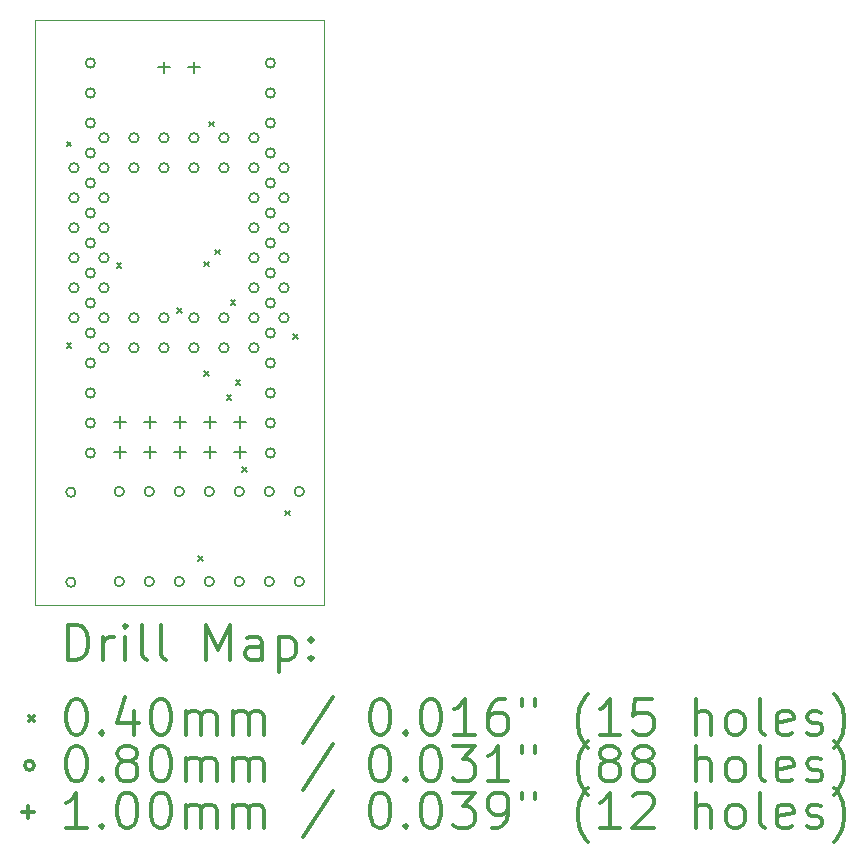
<source format=gbr>
%FSLAX45Y45*%
G04 Gerber Fmt 4.5, Leading zero omitted, Abs format (unit mm)*
G04 Created by KiCad (PCBNEW (5.1.9)-1) date 2023-07-11 19:38:46*
%MOMM*%
%LPD*%
G01*
G04 APERTURE LIST*
%TA.AperFunction,Profile*%
%ADD10C,0.050000*%
%TD*%
%ADD11C,0.200000*%
%ADD12C,0.300000*%
G04 APERTURE END LIST*
D10*
X16000000Y-9900000D02*
X13550000Y-9900000D01*
X16000000Y-14850000D02*
X16000000Y-9900000D01*
X13550000Y-14850000D02*
X16000000Y-14850000D01*
X13550000Y-9900000D02*
X13550000Y-14850000D01*
D11*
X13822680Y-12632370D02*
X13862680Y-12672370D01*
X13862680Y-12632370D02*
X13822680Y-12672370D01*
X13822830Y-10927850D02*
X13862830Y-10967850D01*
X13862830Y-10927850D02*
X13822830Y-10967850D01*
X14245000Y-11954050D02*
X14285000Y-11994050D01*
X14285000Y-11954050D02*
X14245000Y-11994050D01*
X14758170Y-12335780D02*
X14798170Y-12375780D01*
X14798170Y-12335780D02*
X14758170Y-12375780D01*
X14935000Y-14440000D02*
X14975000Y-14480000D01*
X14975000Y-14440000D02*
X14935000Y-14480000D01*
X14983660Y-11942800D02*
X15023660Y-11982800D01*
X15023660Y-11942800D02*
X14983660Y-11982800D01*
X14987500Y-12872500D02*
X15027500Y-12912500D01*
X15027500Y-12872500D02*
X14987500Y-12912500D01*
X15028710Y-10757420D02*
X15068710Y-10797420D01*
X15068710Y-10757420D02*
X15028710Y-10797420D01*
X15080270Y-11841740D02*
X15120270Y-11881740D01*
X15120270Y-11841740D02*
X15080270Y-11881740D01*
X15177500Y-13072500D02*
X15217500Y-13112500D01*
X15217500Y-13072500D02*
X15177500Y-13112500D01*
X15209320Y-12268200D02*
X15249320Y-12308200D01*
X15249320Y-12268200D02*
X15209320Y-12308200D01*
X15252500Y-12947500D02*
X15292500Y-12987500D01*
X15292500Y-12947500D02*
X15252500Y-12987500D01*
X15305000Y-13685497D02*
X15345000Y-13725497D01*
X15345000Y-13685497D02*
X15305000Y-13725497D01*
X15669984Y-14052483D02*
X15709984Y-14092483D01*
X15709984Y-14052483D02*
X15669984Y-14092483D01*
X15740910Y-12560040D02*
X15780910Y-12600040D01*
X15780910Y-12560040D02*
X15740910Y-12600040D01*
X13897500Y-13895500D02*
G75*
G03*
X13897500Y-13895500I-40000J0D01*
G01*
X13897500Y-14657500D02*
G75*
G03*
X13897500Y-14657500I-40000J0D01*
G01*
X13924000Y-11150000D02*
G75*
G03*
X13924000Y-11150000I-40000J0D01*
G01*
X13924000Y-11404000D02*
G75*
G03*
X13924000Y-11404000I-40000J0D01*
G01*
X13924000Y-11658000D02*
G75*
G03*
X13924000Y-11658000I-40000J0D01*
G01*
X13924000Y-11912000D02*
G75*
G03*
X13924000Y-11912000I-40000J0D01*
G01*
X13924000Y-12166000D02*
G75*
G03*
X13924000Y-12166000I-40000J0D01*
G01*
X13924000Y-12420000D02*
G75*
G03*
X13924000Y-12420000I-40000J0D01*
G01*
X14062760Y-10261700D02*
G75*
G03*
X14062760Y-10261700I-40000J0D01*
G01*
X14062760Y-10515700D02*
G75*
G03*
X14062760Y-10515700I-40000J0D01*
G01*
X14062760Y-10769700D02*
G75*
G03*
X14062760Y-10769700I-40000J0D01*
G01*
X14062760Y-11023700D02*
G75*
G03*
X14062760Y-11023700I-40000J0D01*
G01*
X14062760Y-11277700D02*
G75*
G03*
X14062760Y-11277700I-40000J0D01*
G01*
X14062760Y-11531700D02*
G75*
G03*
X14062760Y-11531700I-40000J0D01*
G01*
X14062760Y-11785700D02*
G75*
G03*
X14062760Y-11785700I-40000J0D01*
G01*
X14062760Y-12039700D02*
G75*
G03*
X14062760Y-12039700I-40000J0D01*
G01*
X14062760Y-12293700D02*
G75*
G03*
X14062760Y-12293700I-40000J0D01*
G01*
X14062760Y-12547700D02*
G75*
G03*
X14062760Y-12547700I-40000J0D01*
G01*
X14062760Y-12801700D02*
G75*
G03*
X14062760Y-12801700I-40000J0D01*
G01*
X14062760Y-13055700D02*
G75*
G03*
X14062760Y-13055700I-40000J0D01*
G01*
X14062760Y-13309700D02*
G75*
G03*
X14062760Y-13309700I-40000J0D01*
G01*
X14062760Y-13563700D02*
G75*
G03*
X14062760Y-13563700I-40000J0D01*
G01*
X14178000Y-10896000D02*
G75*
G03*
X14178000Y-10896000I-40000J0D01*
G01*
X14178000Y-11150000D02*
G75*
G03*
X14178000Y-11150000I-40000J0D01*
G01*
X14178000Y-11404000D02*
G75*
G03*
X14178000Y-11404000I-40000J0D01*
G01*
X14178000Y-11658000D02*
G75*
G03*
X14178000Y-11658000I-40000J0D01*
G01*
X14178000Y-11912000D02*
G75*
G03*
X14178000Y-11912000I-40000J0D01*
G01*
X14178000Y-12166000D02*
G75*
G03*
X14178000Y-12166000I-40000J0D01*
G01*
X14178000Y-12420000D02*
G75*
G03*
X14178000Y-12420000I-40000J0D01*
G01*
X14178000Y-12674000D02*
G75*
G03*
X14178000Y-12674000I-40000J0D01*
G01*
X14307500Y-13890500D02*
G75*
G03*
X14307500Y-13890500I-40000J0D01*
G01*
X14307500Y-14652500D02*
G75*
G03*
X14307500Y-14652500I-40000J0D01*
G01*
X14432000Y-10896000D02*
G75*
G03*
X14432000Y-10896000I-40000J0D01*
G01*
X14432000Y-11150000D02*
G75*
G03*
X14432000Y-11150000I-40000J0D01*
G01*
X14432000Y-12420000D02*
G75*
G03*
X14432000Y-12420000I-40000J0D01*
G01*
X14432000Y-12674000D02*
G75*
G03*
X14432000Y-12674000I-40000J0D01*
G01*
X14561500Y-13890500D02*
G75*
G03*
X14561500Y-13890500I-40000J0D01*
G01*
X14561500Y-14652500D02*
G75*
G03*
X14561500Y-14652500I-40000J0D01*
G01*
X14686000Y-10896000D02*
G75*
G03*
X14686000Y-10896000I-40000J0D01*
G01*
X14686000Y-11150000D02*
G75*
G03*
X14686000Y-11150000I-40000J0D01*
G01*
X14686000Y-12420000D02*
G75*
G03*
X14686000Y-12420000I-40000J0D01*
G01*
X14686000Y-12674000D02*
G75*
G03*
X14686000Y-12674000I-40000J0D01*
G01*
X14815500Y-13890500D02*
G75*
G03*
X14815500Y-13890500I-40000J0D01*
G01*
X14815500Y-14652500D02*
G75*
G03*
X14815500Y-14652500I-40000J0D01*
G01*
X14940000Y-10896000D02*
G75*
G03*
X14940000Y-10896000I-40000J0D01*
G01*
X14940000Y-11150000D02*
G75*
G03*
X14940000Y-11150000I-40000J0D01*
G01*
X14940000Y-12420000D02*
G75*
G03*
X14940000Y-12420000I-40000J0D01*
G01*
X14940000Y-12674000D02*
G75*
G03*
X14940000Y-12674000I-40000J0D01*
G01*
X15069500Y-13890500D02*
G75*
G03*
X15069500Y-13890500I-40000J0D01*
G01*
X15069500Y-14652500D02*
G75*
G03*
X15069500Y-14652500I-40000J0D01*
G01*
X15194000Y-10896000D02*
G75*
G03*
X15194000Y-10896000I-40000J0D01*
G01*
X15194000Y-11150000D02*
G75*
G03*
X15194000Y-11150000I-40000J0D01*
G01*
X15194000Y-12420000D02*
G75*
G03*
X15194000Y-12420000I-40000J0D01*
G01*
X15194000Y-12674000D02*
G75*
G03*
X15194000Y-12674000I-40000J0D01*
G01*
X15323500Y-13890500D02*
G75*
G03*
X15323500Y-13890500I-40000J0D01*
G01*
X15323500Y-14652500D02*
G75*
G03*
X15323500Y-14652500I-40000J0D01*
G01*
X15448000Y-10896000D02*
G75*
G03*
X15448000Y-10896000I-40000J0D01*
G01*
X15448000Y-11150000D02*
G75*
G03*
X15448000Y-11150000I-40000J0D01*
G01*
X15448000Y-11404000D02*
G75*
G03*
X15448000Y-11404000I-40000J0D01*
G01*
X15448000Y-11658000D02*
G75*
G03*
X15448000Y-11658000I-40000J0D01*
G01*
X15448000Y-11912000D02*
G75*
G03*
X15448000Y-11912000I-40000J0D01*
G01*
X15448000Y-12166000D02*
G75*
G03*
X15448000Y-12166000I-40000J0D01*
G01*
X15448000Y-12420000D02*
G75*
G03*
X15448000Y-12420000I-40000J0D01*
G01*
X15448000Y-12674000D02*
G75*
G03*
X15448000Y-12674000I-40000J0D01*
G01*
X15577500Y-13890500D02*
G75*
G03*
X15577500Y-13890500I-40000J0D01*
G01*
X15577500Y-14652500D02*
G75*
G03*
X15577500Y-14652500I-40000J0D01*
G01*
X15586760Y-10261700D02*
G75*
G03*
X15586760Y-10261700I-40000J0D01*
G01*
X15586760Y-10515700D02*
G75*
G03*
X15586760Y-10515700I-40000J0D01*
G01*
X15586760Y-10769700D02*
G75*
G03*
X15586760Y-10769700I-40000J0D01*
G01*
X15586760Y-11023700D02*
G75*
G03*
X15586760Y-11023700I-40000J0D01*
G01*
X15586760Y-11277700D02*
G75*
G03*
X15586760Y-11277700I-40000J0D01*
G01*
X15586760Y-11531700D02*
G75*
G03*
X15586760Y-11531700I-40000J0D01*
G01*
X15586760Y-11785700D02*
G75*
G03*
X15586760Y-11785700I-40000J0D01*
G01*
X15586760Y-12039700D02*
G75*
G03*
X15586760Y-12039700I-40000J0D01*
G01*
X15586760Y-12293700D02*
G75*
G03*
X15586760Y-12293700I-40000J0D01*
G01*
X15586760Y-12547700D02*
G75*
G03*
X15586760Y-12547700I-40000J0D01*
G01*
X15586760Y-12801700D02*
G75*
G03*
X15586760Y-12801700I-40000J0D01*
G01*
X15586760Y-13055700D02*
G75*
G03*
X15586760Y-13055700I-40000J0D01*
G01*
X15586760Y-13309700D02*
G75*
G03*
X15586760Y-13309700I-40000J0D01*
G01*
X15586760Y-13563700D02*
G75*
G03*
X15586760Y-13563700I-40000J0D01*
G01*
X15702000Y-11150000D02*
G75*
G03*
X15702000Y-11150000I-40000J0D01*
G01*
X15702000Y-11404000D02*
G75*
G03*
X15702000Y-11404000I-40000J0D01*
G01*
X15702000Y-11658000D02*
G75*
G03*
X15702000Y-11658000I-40000J0D01*
G01*
X15702000Y-11912000D02*
G75*
G03*
X15702000Y-11912000I-40000J0D01*
G01*
X15702000Y-12166000D02*
G75*
G03*
X15702000Y-12166000I-40000J0D01*
G01*
X15702000Y-12420000D02*
G75*
G03*
X15702000Y-12420000I-40000J0D01*
G01*
X15831500Y-13890500D02*
G75*
G03*
X15831500Y-13890500I-40000J0D01*
G01*
X15831500Y-14652500D02*
G75*
G03*
X15831500Y-14652500I-40000J0D01*
G01*
X14271000Y-13250000D02*
X14271000Y-13350000D01*
X14221000Y-13300000D02*
X14321000Y-13300000D01*
X14271000Y-13504000D02*
X14271000Y-13604000D01*
X14221000Y-13554000D02*
X14321000Y-13554000D01*
X14525000Y-13250000D02*
X14525000Y-13350000D01*
X14475000Y-13300000D02*
X14575000Y-13300000D01*
X14525000Y-13504000D02*
X14525000Y-13604000D01*
X14475000Y-13554000D02*
X14575000Y-13554000D01*
X14646000Y-10250000D02*
X14646000Y-10350000D01*
X14596000Y-10300000D02*
X14696000Y-10300000D01*
X14779000Y-13250000D02*
X14779000Y-13350000D01*
X14729000Y-13300000D02*
X14829000Y-13300000D01*
X14779000Y-13504000D02*
X14779000Y-13604000D01*
X14729000Y-13554000D02*
X14829000Y-13554000D01*
X14900000Y-10250000D02*
X14900000Y-10350000D01*
X14850000Y-10300000D02*
X14950000Y-10300000D01*
X15033000Y-13250000D02*
X15033000Y-13350000D01*
X14983000Y-13300000D02*
X15083000Y-13300000D01*
X15033000Y-13504000D02*
X15033000Y-13604000D01*
X14983000Y-13554000D02*
X15083000Y-13554000D01*
X15287000Y-13250000D02*
X15287000Y-13350000D01*
X15237000Y-13300000D02*
X15337000Y-13300000D01*
X15287000Y-13504000D02*
X15287000Y-13604000D01*
X15237000Y-13554000D02*
X15337000Y-13554000D01*
D12*
X13833928Y-15318214D02*
X13833928Y-15018214D01*
X13905357Y-15018214D01*
X13948214Y-15032500D01*
X13976786Y-15061071D01*
X13991071Y-15089643D01*
X14005357Y-15146786D01*
X14005357Y-15189643D01*
X13991071Y-15246786D01*
X13976786Y-15275357D01*
X13948214Y-15303929D01*
X13905357Y-15318214D01*
X13833928Y-15318214D01*
X14133928Y-15318214D02*
X14133928Y-15118214D01*
X14133928Y-15175357D02*
X14148214Y-15146786D01*
X14162500Y-15132500D01*
X14191071Y-15118214D01*
X14219643Y-15118214D01*
X14319643Y-15318214D02*
X14319643Y-15118214D01*
X14319643Y-15018214D02*
X14305357Y-15032500D01*
X14319643Y-15046786D01*
X14333928Y-15032500D01*
X14319643Y-15018214D01*
X14319643Y-15046786D01*
X14505357Y-15318214D02*
X14476786Y-15303929D01*
X14462500Y-15275357D01*
X14462500Y-15018214D01*
X14662500Y-15318214D02*
X14633928Y-15303929D01*
X14619643Y-15275357D01*
X14619643Y-15018214D01*
X15005357Y-15318214D02*
X15005357Y-15018214D01*
X15105357Y-15232500D01*
X15205357Y-15018214D01*
X15205357Y-15318214D01*
X15476786Y-15318214D02*
X15476786Y-15161071D01*
X15462500Y-15132500D01*
X15433928Y-15118214D01*
X15376786Y-15118214D01*
X15348214Y-15132500D01*
X15476786Y-15303929D02*
X15448214Y-15318214D01*
X15376786Y-15318214D01*
X15348214Y-15303929D01*
X15333928Y-15275357D01*
X15333928Y-15246786D01*
X15348214Y-15218214D01*
X15376786Y-15203929D01*
X15448214Y-15203929D01*
X15476786Y-15189643D01*
X15619643Y-15118214D02*
X15619643Y-15418214D01*
X15619643Y-15132500D02*
X15648214Y-15118214D01*
X15705357Y-15118214D01*
X15733928Y-15132500D01*
X15748214Y-15146786D01*
X15762500Y-15175357D01*
X15762500Y-15261071D01*
X15748214Y-15289643D01*
X15733928Y-15303929D01*
X15705357Y-15318214D01*
X15648214Y-15318214D01*
X15619643Y-15303929D01*
X15891071Y-15289643D02*
X15905357Y-15303929D01*
X15891071Y-15318214D01*
X15876786Y-15303929D01*
X15891071Y-15289643D01*
X15891071Y-15318214D01*
X15891071Y-15132500D02*
X15905357Y-15146786D01*
X15891071Y-15161071D01*
X15876786Y-15146786D01*
X15891071Y-15132500D01*
X15891071Y-15161071D01*
X13507500Y-15792500D02*
X13547500Y-15832500D01*
X13547500Y-15792500D02*
X13507500Y-15832500D01*
X13891071Y-15648214D02*
X13919643Y-15648214D01*
X13948214Y-15662500D01*
X13962500Y-15676786D01*
X13976786Y-15705357D01*
X13991071Y-15762500D01*
X13991071Y-15833929D01*
X13976786Y-15891071D01*
X13962500Y-15919643D01*
X13948214Y-15933929D01*
X13919643Y-15948214D01*
X13891071Y-15948214D01*
X13862500Y-15933929D01*
X13848214Y-15919643D01*
X13833928Y-15891071D01*
X13819643Y-15833929D01*
X13819643Y-15762500D01*
X13833928Y-15705357D01*
X13848214Y-15676786D01*
X13862500Y-15662500D01*
X13891071Y-15648214D01*
X14119643Y-15919643D02*
X14133928Y-15933929D01*
X14119643Y-15948214D01*
X14105357Y-15933929D01*
X14119643Y-15919643D01*
X14119643Y-15948214D01*
X14391071Y-15748214D02*
X14391071Y-15948214D01*
X14319643Y-15633929D02*
X14248214Y-15848214D01*
X14433928Y-15848214D01*
X14605357Y-15648214D02*
X14633928Y-15648214D01*
X14662500Y-15662500D01*
X14676786Y-15676786D01*
X14691071Y-15705357D01*
X14705357Y-15762500D01*
X14705357Y-15833929D01*
X14691071Y-15891071D01*
X14676786Y-15919643D01*
X14662500Y-15933929D01*
X14633928Y-15948214D01*
X14605357Y-15948214D01*
X14576786Y-15933929D01*
X14562500Y-15919643D01*
X14548214Y-15891071D01*
X14533928Y-15833929D01*
X14533928Y-15762500D01*
X14548214Y-15705357D01*
X14562500Y-15676786D01*
X14576786Y-15662500D01*
X14605357Y-15648214D01*
X14833928Y-15948214D02*
X14833928Y-15748214D01*
X14833928Y-15776786D02*
X14848214Y-15762500D01*
X14876786Y-15748214D01*
X14919643Y-15748214D01*
X14948214Y-15762500D01*
X14962500Y-15791071D01*
X14962500Y-15948214D01*
X14962500Y-15791071D02*
X14976786Y-15762500D01*
X15005357Y-15748214D01*
X15048214Y-15748214D01*
X15076786Y-15762500D01*
X15091071Y-15791071D01*
X15091071Y-15948214D01*
X15233928Y-15948214D02*
X15233928Y-15748214D01*
X15233928Y-15776786D02*
X15248214Y-15762500D01*
X15276786Y-15748214D01*
X15319643Y-15748214D01*
X15348214Y-15762500D01*
X15362500Y-15791071D01*
X15362500Y-15948214D01*
X15362500Y-15791071D02*
X15376786Y-15762500D01*
X15405357Y-15748214D01*
X15448214Y-15748214D01*
X15476786Y-15762500D01*
X15491071Y-15791071D01*
X15491071Y-15948214D01*
X16076786Y-15633929D02*
X15819643Y-16019643D01*
X16462500Y-15648214D02*
X16491071Y-15648214D01*
X16519643Y-15662500D01*
X16533928Y-15676786D01*
X16548214Y-15705357D01*
X16562500Y-15762500D01*
X16562500Y-15833929D01*
X16548214Y-15891071D01*
X16533928Y-15919643D01*
X16519643Y-15933929D01*
X16491071Y-15948214D01*
X16462500Y-15948214D01*
X16433928Y-15933929D01*
X16419643Y-15919643D01*
X16405357Y-15891071D01*
X16391071Y-15833929D01*
X16391071Y-15762500D01*
X16405357Y-15705357D01*
X16419643Y-15676786D01*
X16433928Y-15662500D01*
X16462500Y-15648214D01*
X16691071Y-15919643D02*
X16705357Y-15933929D01*
X16691071Y-15948214D01*
X16676786Y-15933929D01*
X16691071Y-15919643D01*
X16691071Y-15948214D01*
X16891071Y-15648214D02*
X16919643Y-15648214D01*
X16948214Y-15662500D01*
X16962500Y-15676786D01*
X16976786Y-15705357D01*
X16991071Y-15762500D01*
X16991071Y-15833929D01*
X16976786Y-15891071D01*
X16962500Y-15919643D01*
X16948214Y-15933929D01*
X16919643Y-15948214D01*
X16891071Y-15948214D01*
X16862500Y-15933929D01*
X16848214Y-15919643D01*
X16833928Y-15891071D01*
X16819643Y-15833929D01*
X16819643Y-15762500D01*
X16833928Y-15705357D01*
X16848214Y-15676786D01*
X16862500Y-15662500D01*
X16891071Y-15648214D01*
X17276786Y-15948214D02*
X17105357Y-15948214D01*
X17191071Y-15948214D02*
X17191071Y-15648214D01*
X17162500Y-15691071D01*
X17133928Y-15719643D01*
X17105357Y-15733929D01*
X17533928Y-15648214D02*
X17476786Y-15648214D01*
X17448214Y-15662500D01*
X17433928Y-15676786D01*
X17405357Y-15719643D01*
X17391071Y-15776786D01*
X17391071Y-15891071D01*
X17405357Y-15919643D01*
X17419643Y-15933929D01*
X17448214Y-15948214D01*
X17505357Y-15948214D01*
X17533928Y-15933929D01*
X17548214Y-15919643D01*
X17562500Y-15891071D01*
X17562500Y-15819643D01*
X17548214Y-15791071D01*
X17533928Y-15776786D01*
X17505357Y-15762500D01*
X17448214Y-15762500D01*
X17419643Y-15776786D01*
X17405357Y-15791071D01*
X17391071Y-15819643D01*
X17676786Y-15648214D02*
X17676786Y-15705357D01*
X17791071Y-15648214D02*
X17791071Y-15705357D01*
X18233928Y-16062500D02*
X18219643Y-16048214D01*
X18191071Y-16005357D01*
X18176786Y-15976786D01*
X18162500Y-15933929D01*
X18148214Y-15862500D01*
X18148214Y-15805357D01*
X18162500Y-15733929D01*
X18176786Y-15691071D01*
X18191071Y-15662500D01*
X18219643Y-15619643D01*
X18233928Y-15605357D01*
X18505357Y-15948214D02*
X18333928Y-15948214D01*
X18419643Y-15948214D02*
X18419643Y-15648214D01*
X18391071Y-15691071D01*
X18362500Y-15719643D01*
X18333928Y-15733929D01*
X18776786Y-15648214D02*
X18633928Y-15648214D01*
X18619643Y-15791071D01*
X18633928Y-15776786D01*
X18662500Y-15762500D01*
X18733928Y-15762500D01*
X18762500Y-15776786D01*
X18776786Y-15791071D01*
X18791071Y-15819643D01*
X18791071Y-15891071D01*
X18776786Y-15919643D01*
X18762500Y-15933929D01*
X18733928Y-15948214D01*
X18662500Y-15948214D01*
X18633928Y-15933929D01*
X18619643Y-15919643D01*
X19148214Y-15948214D02*
X19148214Y-15648214D01*
X19276786Y-15948214D02*
X19276786Y-15791071D01*
X19262500Y-15762500D01*
X19233928Y-15748214D01*
X19191071Y-15748214D01*
X19162500Y-15762500D01*
X19148214Y-15776786D01*
X19462500Y-15948214D02*
X19433928Y-15933929D01*
X19419643Y-15919643D01*
X19405357Y-15891071D01*
X19405357Y-15805357D01*
X19419643Y-15776786D01*
X19433928Y-15762500D01*
X19462500Y-15748214D01*
X19505357Y-15748214D01*
X19533928Y-15762500D01*
X19548214Y-15776786D01*
X19562500Y-15805357D01*
X19562500Y-15891071D01*
X19548214Y-15919643D01*
X19533928Y-15933929D01*
X19505357Y-15948214D01*
X19462500Y-15948214D01*
X19733928Y-15948214D02*
X19705357Y-15933929D01*
X19691071Y-15905357D01*
X19691071Y-15648214D01*
X19962500Y-15933929D02*
X19933928Y-15948214D01*
X19876786Y-15948214D01*
X19848214Y-15933929D01*
X19833928Y-15905357D01*
X19833928Y-15791071D01*
X19848214Y-15762500D01*
X19876786Y-15748214D01*
X19933928Y-15748214D01*
X19962500Y-15762500D01*
X19976786Y-15791071D01*
X19976786Y-15819643D01*
X19833928Y-15848214D01*
X20091071Y-15933929D02*
X20119643Y-15948214D01*
X20176786Y-15948214D01*
X20205357Y-15933929D01*
X20219643Y-15905357D01*
X20219643Y-15891071D01*
X20205357Y-15862500D01*
X20176786Y-15848214D01*
X20133928Y-15848214D01*
X20105357Y-15833929D01*
X20091071Y-15805357D01*
X20091071Y-15791071D01*
X20105357Y-15762500D01*
X20133928Y-15748214D01*
X20176786Y-15748214D01*
X20205357Y-15762500D01*
X20319643Y-16062500D02*
X20333928Y-16048214D01*
X20362500Y-16005357D01*
X20376786Y-15976786D01*
X20391071Y-15933929D01*
X20405357Y-15862500D01*
X20405357Y-15805357D01*
X20391071Y-15733929D01*
X20376786Y-15691071D01*
X20362500Y-15662500D01*
X20333928Y-15619643D01*
X20319643Y-15605357D01*
X13547500Y-16208500D02*
G75*
G03*
X13547500Y-16208500I-40000J0D01*
G01*
X13891071Y-16044214D02*
X13919643Y-16044214D01*
X13948214Y-16058500D01*
X13962500Y-16072786D01*
X13976786Y-16101357D01*
X13991071Y-16158500D01*
X13991071Y-16229929D01*
X13976786Y-16287071D01*
X13962500Y-16315643D01*
X13948214Y-16329929D01*
X13919643Y-16344214D01*
X13891071Y-16344214D01*
X13862500Y-16329929D01*
X13848214Y-16315643D01*
X13833928Y-16287071D01*
X13819643Y-16229929D01*
X13819643Y-16158500D01*
X13833928Y-16101357D01*
X13848214Y-16072786D01*
X13862500Y-16058500D01*
X13891071Y-16044214D01*
X14119643Y-16315643D02*
X14133928Y-16329929D01*
X14119643Y-16344214D01*
X14105357Y-16329929D01*
X14119643Y-16315643D01*
X14119643Y-16344214D01*
X14305357Y-16172786D02*
X14276786Y-16158500D01*
X14262500Y-16144214D01*
X14248214Y-16115643D01*
X14248214Y-16101357D01*
X14262500Y-16072786D01*
X14276786Y-16058500D01*
X14305357Y-16044214D01*
X14362500Y-16044214D01*
X14391071Y-16058500D01*
X14405357Y-16072786D01*
X14419643Y-16101357D01*
X14419643Y-16115643D01*
X14405357Y-16144214D01*
X14391071Y-16158500D01*
X14362500Y-16172786D01*
X14305357Y-16172786D01*
X14276786Y-16187071D01*
X14262500Y-16201357D01*
X14248214Y-16229929D01*
X14248214Y-16287071D01*
X14262500Y-16315643D01*
X14276786Y-16329929D01*
X14305357Y-16344214D01*
X14362500Y-16344214D01*
X14391071Y-16329929D01*
X14405357Y-16315643D01*
X14419643Y-16287071D01*
X14419643Y-16229929D01*
X14405357Y-16201357D01*
X14391071Y-16187071D01*
X14362500Y-16172786D01*
X14605357Y-16044214D02*
X14633928Y-16044214D01*
X14662500Y-16058500D01*
X14676786Y-16072786D01*
X14691071Y-16101357D01*
X14705357Y-16158500D01*
X14705357Y-16229929D01*
X14691071Y-16287071D01*
X14676786Y-16315643D01*
X14662500Y-16329929D01*
X14633928Y-16344214D01*
X14605357Y-16344214D01*
X14576786Y-16329929D01*
X14562500Y-16315643D01*
X14548214Y-16287071D01*
X14533928Y-16229929D01*
X14533928Y-16158500D01*
X14548214Y-16101357D01*
X14562500Y-16072786D01*
X14576786Y-16058500D01*
X14605357Y-16044214D01*
X14833928Y-16344214D02*
X14833928Y-16144214D01*
X14833928Y-16172786D02*
X14848214Y-16158500D01*
X14876786Y-16144214D01*
X14919643Y-16144214D01*
X14948214Y-16158500D01*
X14962500Y-16187071D01*
X14962500Y-16344214D01*
X14962500Y-16187071D02*
X14976786Y-16158500D01*
X15005357Y-16144214D01*
X15048214Y-16144214D01*
X15076786Y-16158500D01*
X15091071Y-16187071D01*
X15091071Y-16344214D01*
X15233928Y-16344214D02*
X15233928Y-16144214D01*
X15233928Y-16172786D02*
X15248214Y-16158500D01*
X15276786Y-16144214D01*
X15319643Y-16144214D01*
X15348214Y-16158500D01*
X15362500Y-16187071D01*
X15362500Y-16344214D01*
X15362500Y-16187071D02*
X15376786Y-16158500D01*
X15405357Y-16144214D01*
X15448214Y-16144214D01*
X15476786Y-16158500D01*
X15491071Y-16187071D01*
X15491071Y-16344214D01*
X16076786Y-16029929D02*
X15819643Y-16415643D01*
X16462500Y-16044214D02*
X16491071Y-16044214D01*
X16519643Y-16058500D01*
X16533928Y-16072786D01*
X16548214Y-16101357D01*
X16562500Y-16158500D01*
X16562500Y-16229929D01*
X16548214Y-16287071D01*
X16533928Y-16315643D01*
X16519643Y-16329929D01*
X16491071Y-16344214D01*
X16462500Y-16344214D01*
X16433928Y-16329929D01*
X16419643Y-16315643D01*
X16405357Y-16287071D01*
X16391071Y-16229929D01*
X16391071Y-16158500D01*
X16405357Y-16101357D01*
X16419643Y-16072786D01*
X16433928Y-16058500D01*
X16462500Y-16044214D01*
X16691071Y-16315643D02*
X16705357Y-16329929D01*
X16691071Y-16344214D01*
X16676786Y-16329929D01*
X16691071Y-16315643D01*
X16691071Y-16344214D01*
X16891071Y-16044214D02*
X16919643Y-16044214D01*
X16948214Y-16058500D01*
X16962500Y-16072786D01*
X16976786Y-16101357D01*
X16991071Y-16158500D01*
X16991071Y-16229929D01*
X16976786Y-16287071D01*
X16962500Y-16315643D01*
X16948214Y-16329929D01*
X16919643Y-16344214D01*
X16891071Y-16344214D01*
X16862500Y-16329929D01*
X16848214Y-16315643D01*
X16833928Y-16287071D01*
X16819643Y-16229929D01*
X16819643Y-16158500D01*
X16833928Y-16101357D01*
X16848214Y-16072786D01*
X16862500Y-16058500D01*
X16891071Y-16044214D01*
X17091071Y-16044214D02*
X17276786Y-16044214D01*
X17176786Y-16158500D01*
X17219643Y-16158500D01*
X17248214Y-16172786D01*
X17262500Y-16187071D01*
X17276786Y-16215643D01*
X17276786Y-16287071D01*
X17262500Y-16315643D01*
X17248214Y-16329929D01*
X17219643Y-16344214D01*
X17133928Y-16344214D01*
X17105357Y-16329929D01*
X17091071Y-16315643D01*
X17562500Y-16344214D02*
X17391071Y-16344214D01*
X17476786Y-16344214D02*
X17476786Y-16044214D01*
X17448214Y-16087071D01*
X17419643Y-16115643D01*
X17391071Y-16129929D01*
X17676786Y-16044214D02*
X17676786Y-16101357D01*
X17791071Y-16044214D02*
X17791071Y-16101357D01*
X18233928Y-16458500D02*
X18219643Y-16444214D01*
X18191071Y-16401357D01*
X18176786Y-16372786D01*
X18162500Y-16329929D01*
X18148214Y-16258500D01*
X18148214Y-16201357D01*
X18162500Y-16129929D01*
X18176786Y-16087071D01*
X18191071Y-16058500D01*
X18219643Y-16015643D01*
X18233928Y-16001357D01*
X18391071Y-16172786D02*
X18362500Y-16158500D01*
X18348214Y-16144214D01*
X18333928Y-16115643D01*
X18333928Y-16101357D01*
X18348214Y-16072786D01*
X18362500Y-16058500D01*
X18391071Y-16044214D01*
X18448214Y-16044214D01*
X18476786Y-16058500D01*
X18491071Y-16072786D01*
X18505357Y-16101357D01*
X18505357Y-16115643D01*
X18491071Y-16144214D01*
X18476786Y-16158500D01*
X18448214Y-16172786D01*
X18391071Y-16172786D01*
X18362500Y-16187071D01*
X18348214Y-16201357D01*
X18333928Y-16229929D01*
X18333928Y-16287071D01*
X18348214Y-16315643D01*
X18362500Y-16329929D01*
X18391071Y-16344214D01*
X18448214Y-16344214D01*
X18476786Y-16329929D01*
X18491071Y-16315643D01*
X18505357Y-16287071D01*
X18505357Y-16229929D01*
X18491071Y-16201357D01*
X18476786Y-16187071D01*
X18448214Y-16172786D01*
X18676786Y-16172786D02*
X18648214Y-16158500D01*
X18633928Y-16144214D01*
X18619643Y-16115643D01*
X18619643Y-16101357D01*
X18633928Y-16072786D01*
X18648214Y-16058500D01*
X18676786Y-16044214D01*
X18733928Y-16044214D01*
X18762500Y-16058500D01*
X18776786Y-16072786D01*
X18791071Y-16101357D01*
X18791071Y-16115643D01*
X18776786Y-16144214D01*
X18762500Y-16158500D01*
X18733928Y-16172786D01*
X18676786Y-16172786D01*
X18648214Y-16187071D01*
X18633928Y-16201357D01*
X18619643Y-16229929D01*
X18619643Y-16287071D01*
X18633928Y-16315643D01*
X18648214Y-16329929D01*
X18676786Y-16344214D01*
X18733928Y-16344214D01*
X18762500Y-16329929D01*
X18776786Y-16315643D01*
X18791071Y-16287071D01*
X18791071Y-16229929D01*
X18776786Y-16201357D01*
X18762500Y-16187071D01*
X18733928Y-16172786D01*
X19148214Y-16344214D02*
X19148214Y-16044214D01*
X19276786Y-16344214D02*
X19276786Y-16187071D01*
X19262500Y-16158500D01*
X19233928Y-16144214D01*
X19191071Y-16144214D01*
X19162500Y-16158500D01*
X19148214Y-16172786D01*
X19462500Y-16344214D02*
X19433928Y-16329929D01*
X19419643Y-16315643D01*
X19405357Y-16287071D01*
X19405357Y-16201357D01*
X19419643Y-16172786D01*
X19433928Y-16158500D01*
X19462500Y-16144214D01*
X19505357Y-16144214D01*
X19533928Y-16158500D01*
X19548214Y-16172786D01*
X19562500Y-16201357D01*
X19562500Y-16287071D01*
X19548214Y-16315643D01*
X19533928Y-16329929D01*
X19505357Y-16344214D01*
X19462500Y-16344214D01*
X19733928Y-16344214D02*
X19705357Y-16329929D01*
X19691071Y-16301357D01*
X19691071Y-16044214D01*
X19962500Y-16329929D02*
X19933928Y-16344214D01*
X19876786Y-16344214D01*
X19848214Y-16329929D01*
X19833928Y-16301357D01*
X19833928Y-16187071D01*
X19848214Y-16158500D01*
X19876786Y-16144214D01*
X19933928Y-16144214D01*
X19962500Y-16158500D01*
X19976786Y-16187071D01*
X19976786Y-16215643D01*
X19833928Y-16244214D01*
X20091071Y-16329929D02*
X20119643Y-16344214D01*
X20176786Y-16344214D01*
X20205357Y-16329929D01*
X20219643Y-16301357D01*
X20219643Y-16287071D01*
X20205357Y-16258500D01*
X20176786Y-16244214D01*
X20133928Y-16244214D01*
X20105357Y-16229929D01*
X20091071Y-16201357D01*
X20091071Y-16187071D01*
X20105357Y-16158500D01*
X20133928Y-16144214D01*
X20176786Y-16144214D01*
X20205357Y-16158500D01*
X20319643Y-16458500D02*
X20333928Y-16444214D01*
X20362500Y-16401357D01*
X20376786Y-16372786D01*
X20391071Y-16329929D01*
X20405357Y-16258500D01*
X20405357Y-16201357D01*
X20391071Y-16129929D01*
X20376786Y-16087071D01*
X20362500Y-16058500D01*
X20333928Y-16015643D01*
X20319643Y-16001357D01*
X13497500Y-16554500D02*
X13497500Y-16654500D01*
X13447500Y-16604500D02*
X13547500Y-16604500D01*
X13991071Y-16740214D02*
X13819643Y-16740214D01*
X13905357Y-16740214D02*
X13905357Y-16440214D01*
X13876786Y-16483071D01*
X13848214Y-16511643D01*
X13819643Y-16525929D01*
X14119643Y-16711643D02*
X14133928Y-16725929D01*
X14119643Y-16740214D01*
X14105357Y-16725929D01*
X14119643Y-16711643D01*
X14119643Y-16740214D01*
X14319643Y-16440214D02*
X14348214Y-16440214D01*
X14376786Y-16454500D01*
X14391071Y-16468786D01*
X14405357Y-16497357D01*
X14419643Y-16554500D01*
X14419643Y-16625929D01*
X14405357Y-16683071D01*
X14391071Y-16711643D01*
X14376786Y-16725929D01*
X14348214Y-16740214D01*
X14319643Y-16740214D01*
X14291071Y-16725929D01*
X14276786Y-16711643D01*
X14262500Y-16683071D01*
X14248214Y-16625929D01*
X14248214Y-16554500D01*
X14262500Y-16497357D01*
X14276786Y-16468786D01*
X14291071Y-16454500D01*
X14319643Y-16440214D01*
X14605357Y-16440214D02*
X14633928Y-16440214D01*
X14662500Y-16454500D01*
X14676786Y-16468786D01*
X14691071Y-16497357D01*
X14705357Y-16554500D01*
X14705357Y-16625929D01*
X14691071Y-16683071D01*
X14676786Y-16711643D01*
X14662500Y-16725929D01*
X14633928Y-16740214D01*
X14605357Y-16740214D01*
X14576786Y-16725929D01*
X14562500Y-16711643D01*
X14548214Y-16683071D01*
X14533928Y-16625929D01*
X14533928Y-16554500D01*
X14548214Y-16497357D01*
X14562500Y-16468786D01*
X14576786Y-16454500D01*
X14605357Y-16440214D01*
X14833928Y-16740214D02*
X14833928Y-16540214D01*
X14833928Y-16568786D02*
X14848214Y-16554500D01*
X14876786Y-16540214D01*
X14919643Y-16540214D01*
X14948214Y-16554500D01*
X14962500Y-16583071D01*
X14962500Y-16740214D01*
X14962500Y-16583071D02*
X14976786Y-16554500D01*
X15005357Y-16540214D01*
X15048214Y-16540214D01*
X15076786Y-16554500D01*
X15091071Y-16583071D01*
X15091071Y-16740214D01*
X15233928Y-16740214D02*
X15233928Y-16540214D01*
X15233928Y-16568786D02*
X15248214Y-16554500D01*
X15276786Y-16540214D01*
X15319643Y-16540214D01*
X15348214Y-16554500D01*
X15362500Y-16583071D01*
X15362500Y-16740214D01*
X15362500Y-16583071D02*
X15376786Y-16554500D01*
X15405357Y-16540214D01*
X15448214Y-16540214D01*
X15476786Y-16554500D01*
X15491071Y-16583071D01*
X15491071Y-16740214D01*
X16076786Y-16425929D02*
X15819643Y-16811643D01*
X16462500Y-16440214D02*
X16491071Y-16440214D01*
X16519643Y-16454500D01*
X16533928Y-16468786D01*
X16548214Y-16497357D01*
X16562500Y-16554500D01*
X16562500Y-16625929D01*
X16548214Y-16683071D01*
X16533928Y-16711643D01*
X16519643Y-16725929D01*
X16491071Y-16740214D01*
X16462500Y-16740214D01*
X16433928Y-16725929D01*
X16419643Y-16711643D01*
X16405357Y-16683071D01*
X16391071Y-16625929D01*
X16391071Y-16554500D01*
X16405357Y-16497357D01*
X16419643Y-16468786D01*
X16433928Y-16454500D01*
X16462500Y-16440214D01*
X16691071Y-16711643D02*
X16705357Y-16725929D01*
X16691071Y-16740214D01*
X16676786Y-16725929D01*
X16691071Y-16711643D01*
X16691071Y-16740214D01*
X16891071Y-16440214D02*
X16919643Y-16440214D01*
X16948214Y-16454500D01*
X16962500Y-16468786D01*
X16976786Y-16497357D01*
X16991071Y-16554500D01*
X16991071Y-16625929D01*
X16976786Y-16683071D01*
X16962500Y-16711643D01*
X16948214Y-16725929D01*
X16919643Y-16740214D01*
X16891071Y-16740214D01*
X16862500Y-16725929D01*
X16848214Y-16711643D01*
X16833928Y-16683071D01*
X16819643Y-16625929D01*
X16819643Y-16554500D01*
X16833928Y-16497357D01*
X16848214Y-16468786D01*
X16862500Y-16454500D01*
X16891071Y-16440214D01*
X17091071Y-16440214D02*
X17276786Y-16440214D01*
X17176786Y-16554500D01*
X17219643Y-16554500D01*
X17248214Y-16568786D01*
X17262500Y-16583071D01*
X17276786Y-16611643D01*
X17276786Y-16683071D01*
X17262500Y-16711643D01*
X17248214Y-16725929D01*
X17219643Y-16740214D01*
X17133928Y-16740214D01*
X17105357Y-16725929D01*
X17091071Y-16711643D01*
X17419643Y-16740214D02*
X17476786Y-16740214D01*
X17505357Y-16725929D01*
X17519643Y-16711643D01*
X17548214Y-16668786D01*
X17562500Y-16611643D01*
X17562500Y-16497357D01*
X17548214Y-16468786D01*
X17533928Y-16454500D01*
X17505357Y-16440214D01*
X17448214Y-16440214D01*
X17419643Y-16454500D01*
X17405357Y-16468786D01*
X17391071Y-16497357D01*
X17391071Y-16568786D01*
X17405357Y-16597357D01*
X17419643Y-16611643D01*
X17448214Y-16625929D01*
X17505357Y-16625929D01*
X17533928Y-16611643D01*
X17548214Y-16597357D01*
X17562500Y-16568786D01*
X17676786Y-16440214D02*
X17676786Y-16497357D01*
X17791071Y-16440214D02*
X17791071Y-16497357D01*
X18233928Y-16854500D02*
X18219643Y-16840214D01*
X18191071Y-16797357D01*
X18176786Y-16768786D01*
X18162500Y-16725929D01*
X18148214Y-16654500D01*
X18148214Y-16597357D01*
X18162500Y-16525929D01*
X18176786Y-16483071D01*
X18191071Y-16454500D01*
X18219643Y-16411643D01*
X18233928Y-16397357D01*
X18505357Y-16740214D02*
X18333928Y-16740214D01*
X18419643Y-16740214D02*
X18419643Y-16440214D01*
X18391071Y-16483071D01*
X18362500Y-16511643D01*
X18333928Y-16525929D01*
X18619643Y-16468786D02*
X18633928Y-16454500D01*
X18662500Y-16440214D01*
X18733928Y-16440214D01*
X18762500Y-16454500D01*
X18776786Y-16468786D01*
X18791071Y-16497357D01*
X18791071Y-16525929D01*
X18776786Y-16568786D01*
X18605357Y-16740214D01*
X18791071Y-16740214D01*
X19148214Y-16740214D02*
X19148214Y-16440214D01*
X19276786Y-16740214D02*
X19276786Y-16583071D01*
X19262500Y-16554500D01*
X19233928Y-16540214D01*
X19191071Y-16540214D01*
X19162500Y-16554500D01*
X19148214Y-16568786D01*
X19462500Y-16740214D02*
X19433928Y-16725929D01*
X19419643Y-16711643D01*
X19405357Y-16683071D01*
X19405357Y-16597357D01*
X19419643Y-16568786D01*
X19433928Y-16554500D01*
X19462500Y-16540214D01*
X19505357Y-16540214D01*
X19533928Y-16554500D01*
X19548214Y-16568786D01*
X19562500Y-16597357D01*
X19562500Y-16683071D01*
X19548214Y-16711643D01*
X19533928Y-16725929D01*
X19505357Y-16740214D01*
X19462500Y-16740214D01*
X19733928Y-16740214D02*
X19705357Y-16725929D01*
X19691071Y-16697357D01*
X19691071Y-16440214D01*
X19962500Y-16725929D02*
X19933928Y-16740214D01*
X19876786Y-16740214D01*
X19848214Y-16725929D01*
X19833928Y-16697357D01*
X19833928Y-16583071D01*
X19848214Y-16554500D01*
X19876786Y-16540214D01*
X19933928Y-16540214D01*
X19962500Y-16554500D01*
X19976786Y-16583071D01*
X19976786Y-16611643D01*
X19833928Y-16640214D01*
X20091071Y-16725929D02*
X20119643Y-16740214D01*
X20176786Y-16740214D01*
X20205357Y-16725929D01*
X20219643Y-16697357D01*
X20219643Y-16683071D01*
X20205357Y-16654500D01*
X20176786Y-16640214D01*
X20133928Y-16640214D01*
X20105357Y-16625929D01*
X20091071Y-16597357D01*
X20091071Y-16583071D01*
X20105357Y-16554500D01*
X20133928Y-16540214D01*
X20176786Y-16540214D01*
X20205357Y-16554500D01*
X20319643Y-16854500D02*
X20333928Y-16840214D01*
X20362500Y-16797357D01*
X20376786Y-16768786D01*
X20391071Y-16725929D01*
X20405357Y-16654500D01*
X20405357Y-16597357D01*
X20391071Y-16525929D01*
X20376786Y-16483071D01*
X20362500Y-16454500D01*
X20333928Y-16411643D01*
X20319643Y-16397357D01*
M02*

</source>
